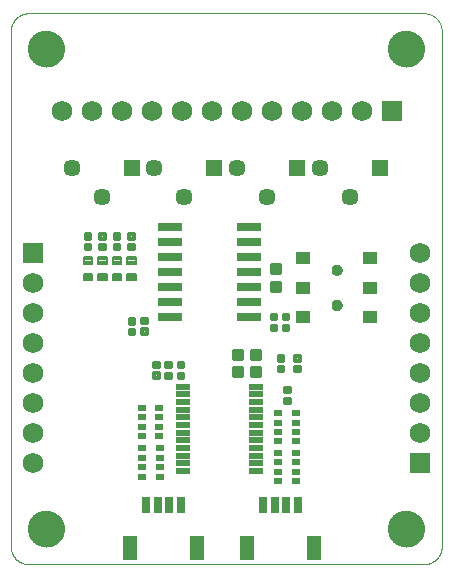
<source format=gts>
G75*
%MOIN*%
%OFA0B0*%
%FSLAX25Y25*%
%IPPOS*%
%LPD*%
%AMOC8*
5,1,8,0,0,1.08239X$1,22.5*
%
%ADD10C,0.00000*%
%ADD11C,0.12211*%
%ADD12C,0.01450*%
%ADD13C,0.00975*%
%ADD14R,0.02959X0.02369*%
%ADD15R,0.04928X0.01975*%
%ADD16R,0.08400X0.03000*%
%ADD17R,0.05715X0.05715*%
%ADD18C,0.05715*%
%ADD19C,0.00725*%
%ADD20R,0.02762X0.05715*%
%ADD21R,0.05124X0.08274*%
%ADD22R,0.06900X0.06900*%
%ADD23C,0.06900*%
%ADD24R,0.04928X0.04337*%
%ADD25C,0.03746*%
D10*
X0007306Y0001900D02*
X0139117Y0001900D01*
X0139269Y0001902D01*
X0139421Y0001908D01*
X0139573Y0001918D01*
X0139724Y0001931D01*
X0139875Y0001949D01*
X0140026Y0001970D01*
X0140176Y0001996D01*
X0140325Y0002025D01*
X0140474Y0002058D01*
X0140621Y0002095D01*
X0140768Y0002135D01*
X0140913Y0002180D01*
X0141057Y0002228D01*
X0141200Y0002280D01*
X0141342Y0002335D01*
X0141482Y0002394D01*
X0141621Y0002457D01*
X0141758Y0002523D01*
X0141893Y0002593D01*
X0142026Y0002666D01*
X0142157Y0002743D01*
X0142287Y0002823D01*
X0142414Y0002906D01*
X0142539Y0002992D01*
X0142662Y0003082D01*
X0142782Y0003175D01*
X0142900Y0003271D01*
X0143016Y0003370D01*
X0143129Y0003472D01*
X0143239Y0003576D01*
X0143347Y0003684D01*
X0143451Y0003794D01*
X0143553Y0003907D01*
X0143652Y0004023D01*
X0143748Y0004141D01*
X0143841Y0004261D01*
X0143931Y0004384D01*
X0144017Y0004509D01*
X0144100Y0004636D01*
X0144180Y0004766D01*
X0144257Y0004897D01*
X0144330Y0005030D01*
X0144400Y0005165D01*
X0144466Y0005302D01*
X0144529Y0005441D01*
X0144588Y0005581D01*
X0144643Y0005723D01*
X0144695Y0005866D01*
X0144743Y0006010D01*
X0144788Y0006155D01*
X0144828Y0006302D01*
X0144865Y0006449D01*
X0144898Y0006598D01*
X0144927Y0006747D01*
X0144953Y0006897D01*
X0144974Y0007048D01*
X0144992Y0007199D01*
X0145005Y0007350D01*
X0145015Y0007502D01*
X0145021Y0007654D01*
X0145023Y0007806D01*
X0145022Y0007806D02*
X0145022Y0179617D01*
X0145023Y0179617D02*
X0145021Y0179769D01*
X0145015Y0179921D01*
X0145005Y0180073D01*
X0144992Y0180224D01*
X0144974Y0180375D01*
X0144953Y0180526D01*
X0144927Y0180676D01*
X0144898Y0180825D01*
X0144865Y0180974D01*
X0144828Y0181121D01*
X0144788Y0181268D01*
X0144743Y0181413D01*
X0144695Y0181557D01*
X0144643Y0181700D01*
X0144588Y0181842D01*
X0144529Y0181982D01*
X0144466Y0182121D01*
X0144400Y0182258D01*
X0144330Y0182393D01*
X0144257Y0182526D01*
X0144180Y0182657D01*
X0144100Y0182787D01*
X0144017Y0182914D01*
X0143931Y0183039D01*
X0143841Y0183162D01*
X0143748Y0183282D01*
X0143652Y0183400D01*
X0143553Y0183516D01*
X0143451Y0183629D01*
X0143347Y0183739D01*
X0143239Y0183847D01*
X0143129Y0183951D01*
X0143016Y0184053D01*
X0142900Y0184152D01*
X0142782Y0184248D01*
X0142662Y0184341D01*
X0142539Y0184431D01*
X0142414Y0184517D01*
X0142287Y0184600D01*
X0142157Y0184680D01*
X0142026Y0184757D01*
X0141893Y0184830D01*
X0141758Y0184900D01*
X0141621Y0184966D01*
X0141482Y0185029D01*
X0141342Y0185088D01*
X0141200Y0185143D01*
X0141057Y0185195D01*
X0140913Y0185243D01*
X0140768Y0185288D01*
X0140621Y0185328D01*
X0140474Y0185365D01*
X0140325Y0185398D01*
X0140176Y0185427D01*
X0140026Y0185453D01*
X0139875Y0185474D01*
X0139724Y0185492D01*
X0139573Y0185505D01*
X0139421Y0185515D01*
X0139269Y0185521D01*
X0139117Y0185523D01*
X0139117Y0185522D02*
X0007306Y0185522D01*
X0007306Y0185523D02*
X0007154Y0185521D01*
X0007002Y0185515D01*
X0006850Y0185505D01*
X0006699Y0185492D01*
X0006548Y0185474D01*
X0006397Y0185453D01*
X0006247Y0185427D01*
X0006098Y0185398D01*
X0005949Y0185365D01*
X0005802Y0185328D01*
X0005655Y0185288D01*
X0005510Y0185243D01*
X0005366Y0185195D01*
X0005223Y0185143D01*
X0005081Y0185088D01*
X0004941Y0185029D01*
X0004802Y0184966D01*
X0004665Y0184900D01*
X0004530Y0184830D01*
X0004397Y0184757D01*
X0004266Y0184680D01*
X0004136Y0184600D01*
X0004009Y0184517D01*
X0003884Y0184431D01*
X0003761Y0184341D01*
X0003641Y0184248D01*
X0003523Y0184152D01*
X0003407Y0184053D01*
X0003294Y0183951D01*
X0003184Y0183847D01*
X0003076Y0183739D01*
X0002972Y0183629D01*
X0002870Y0183516D01*
X0002771Y0183400D01*
X0002675Y0183282D01*
X0002582Y0183162D01*
X0002492Y0183039D01*
X0002406Y0182914D01*
X0002323Y0182787D01*
X0002243Y0182657D01*
X0002166Y0182526D01*
X0002093Y0182393D01*
X0002023Y0182258D01*
X0001957Y0182121D01*
X0001894Y0181982D01*
X0001835Y0181842D01*
X0001780Y0181700D01*
X0001728Y0181557D01*
X0001680Y0181413D01*
X0001635Y0181268D01*
X0001595Y0181121D01*
X0001558Y0180974D01*
X0001525Y0180825D01*
X0001496Y0180676D01*
X0001470Y0180526D01*
X0001449Y0180375D01*
X0001431Y0180224D01*
X0001418Y0180073D01*
X0001408Y0179921D01*
X0001402Y0179769D01*
X0001400Y0179617D01*
X0001400Y0007806D01*
X0001402Y0007654D01*
X0001408Y0007502D01*
X0001418Y0007350D01*
X0001431Y0007199D01*
X0001449Y0007048D01*
X0001470Y0006897D01*
X0001496Y0006747D01*
X0001525Y0006598D01*
X0001558Y0006449D01*
X0001595Y0006302D01*
X0001635Y0006155D01*
X0001680Y0006010D01*
X0001728Y0005866D01*
X0001780Y0005723D01*
X0001835Y0005581D01*
X0001894Y0005441D01*
X0001957Y0005302D01*
X0002023Y0005165D01*
X0002093Y0005030D01*
X0002166Y0004897D01*
X0002243Y0004766D01*
X0002323Y0004636D01*
X0002406Y0004509D01*
X0002492Y0004384D01*
X0002582Y0004261D01*
X0002675Y0004141D01*
X0002771Y0004023D01*
X0002870Y0003907D01*
X0002972Y0003794D01*
X0003076Y0003684D01*
X0003184Y0003576D01*
X0003294Y0003472D01*
X0003407Y0003370D01*
X0003523Y0003271D01*
X0003641Y0003175D01*
X0003761Y0003082D01*
X0003884Y0002992D01*
X0004009Y0002906D01*
X0004136Y0002823D01*
X0004266Y0002743D01*
X0004397Y0002666D01*
X0004530Y0002593D01*
X0004665Y0002523D01*
X0004802Y0002457D01*
X0004941Y0002394D01*
X0005081Y0002335D01*
X0005223Y0002280D01*
X0005366Y0002228D01*
X0005510Y0002180D01*
X0005655Y0002135D01*
X0005802Y0002095D01*
X0005949Y0002058D01*
X0006098Y0002025D01*
X0006247Y0001996D01*
X0006397Y0001970D01*
X0006548Y0001949D01*
X0006699Y0001931D01*
X0006850Y0001918D01*
X0007002Y0001908D01*
X0007154Y0001902D01*
X0007306Y0001900D01*
X0007305Y0013711D02*
X0007307Y0013864D01*
X0007313Y0014018D01*
X0007323Y0014171D01*
X0007337Y0014323D01*
X0007355Y0014476D01*
X0007377Y0014627D01*
X0007402Y0014778D01*
X0007432Y0014929D01*
X0007466Y0015079D01*
X0007503Y0015227D01*
X0007544Y0015375D01*
X0007589Y0015521D01*
X0007638Y0015667D01*
X0007691Y0015811D01*
X0007747Y0015953D01*
X0007807Y0016094D01*
X0007871Y0016234D01*
X0007938Y0016372D01*
X0008009Y0016508D01*
X0008084Y0016642D01*
X0008161Y0016774D01*
X0008243Y0016904D01*
X0008327Y0017032D01*
X0008415Y0017158D01*
X0008506Y0017281D01*
X0008600Y0017402D01*
X0008698Y0017520D01*
X0008798Y0017636D01*
X0008902Y0017749D01*
X0009008Y0017860D01*
X0009117Y0017968D01*
X0009229Y0018073D01*
X0009343Y0018174D01*
X0009461Y0018273D01*
X0009580Y0018369D01*
X0009702Y0018462D01*
X0009827Y0018551D01*
X0009954Y0018638D01*
X0010083Y0018720D01*
X0010214Y0018800D01*
X0010347Y0018876D01*
X0010482Y0018949D01*
X0010619Y0019018D01*
X0010758Y0019083D01*
X0010898Y0019145D01*
X0011040Y0019203D01*
X0011183Y0019258D01*
X0011328Y0019309D01*
X0011474Y0019356D01*
X0011621Y0019399D01*
X0011769Y0019438D01*
X0011918Y0019474D01*
X0012068Y0019505D01*
X0012219Y0019533D01*
X0012370Y0019557D01*
X0012523Y0019577D01*
X0012675Y0019593D01*
X0012828Y0019605D01*
X0012981Y0019613D01*
X0013134Y0019617D01*
X0013288Y0019617D01*
X0013441Y0019613D01*
X0013594Y0019605D01*
X0013747Y0019593D01*
X0013899Y0019577D01*
X0014052Y0019557D01*
X0014203Y0019533D01*
X0014354Y0019505D01*
X0014504Y0019474D01*
X0014653Y0019438D01*
X0014801Y0019399D01*
X0014948Y0019356D01*
X0015094Y0019309D01*
X0015239Y0019258D01*
X0015382Y0019203D01*
X0015524Y0019145D01*
X0015664Y0019083D01*
X0015803Y0019018D01*
X0015940Y0018949D01*
X0016075Y0018876D01*
X0016208Y0018800D01*
X0016339Y0018720D01*
X0016468Y0018638D01*
X0016595Y0018551D01*
X0016720Y0018462D01*
X0016842Y0018369D01*
X0016961Y0018273D01*
X0017079Y0018174D01*
X0017193Y0018073D01*
X0017305Y0017968D01*
X0017414Y0017860D01*
X0017520Y0017749D01*
X0017624Y0017636D01*
X0017724Y0017520D01*
X0017822Y0017402D01*
X0017916Y0017281D01*
X0018007Y0017158D01*
X0018095Y0017032D01*
X0018179Y0016904D01*
X0018261Y0016774D01*
X0018338Y0016642D01*
X0018413Y0016508D01*
X0018484Y0016372D01*
X0018551Y0016234D01*
X0018615Y0016094D01*
X0018675Y0015953D01*
X0018731Y0015811D01*
X0018784Y0015667D01*
X0018833Y0015521D01*
X0018878Y0015375D01*
X0018919Y0015227D01*
X0018956Y0015079D01*
X0018990Y0014929D01*
X0019020Y0014778D01*
X0019045Y0014627D01*
X0019067Y0014476D01*
X0019085Y0014323D01*
X0019099Y0014171D01*
X0019109Y0014018D01*
X0019115Y0013864D01*
X0019117Y0013711D01*
X0019115Y0013558D01*
X0019109Y0013404D01*
X0019099Y0013251D01*
X0019085Y0013099D01*
X0019067Y0012946D01*
X0019045Y0012795D01*
X0019020Y0012644D01*
X0018990Y0012493D01*
X0018956Y0012343D01*
X0018919Y0012195D01*
X0018878Y0012047D01*
X0018833Y0011901D01*
X0018784Y0011755D01*
X0018731Y0011611D01*
X0018675Y0011469D01*
X0018615Y0011328D01*
X0018551Y0011188D01*
X0018484Y0011050D01*
X0018413Y0010914D01*
X0018338Y0010780D01*
X0018261Y0010648D01*
X0018179Y0010518D01*
X0018095Y0010390D01*
X0018007Y0010264D01*
X0017916Y0010141D01*
X0017822Y0010020D01*
X0017724Y0009902D01*
X0017624Y0009786D01*
X0017520Y0009673D01*
X0017414Y0009562D01*
X0017305Y0009454D01*
X0017193Y0009349D01*
X0017079Y0009248D01*
X0016961Y0009149D01*
X0016842Y0009053D01*
X0016720Y0008960D01*
X0016595Y0008871D01*
X0016468Y0008784D01*
X0016339Y0008702D01*
X0016208Y0008622D01*
X0016075Y0008546D01*
X0015940Y0008473D01*
X0015803Y0008404D01*
X0015664Y0008339D01*
X0015524Y0008277D01*
X0015382Y0008219D01*
X0015239Y0008164D01*
X0015094Y0008113D01*
X0014948Y0008066D01*
X0014801Y0008023D01*
X0014653Y0007984D01*
X0014504Y0007948D01*
X0014354Y0007917D01*
X0014203Y0007889D01*
X0014052Y0007865D01*
X0013899Y0007845D01*
X0013747Y0007829D01*
X0013594Y0007817D01*
X0013441Y0007809D01*
X0013288Y0007805D01*
X0013134Y0007805D01*
X0012981Y0007809D01*
X0012828Y0007817D01*
X0012675Y0007829D01*
X0012523Y0007845D01*
X0012370Y0007865D01*
X0012219Y0007889D01*
X0012068Y0007917D01*
X0011918Y0007948D01*
X0011769Y0007984D01*
X0011621Y0008023D01*
X0011474Y0008066D01*
X0011328Y0008113D01*
X0011183Y0008164D01*
X0011040Y0008219D01*
X0010898Y0008277D01*
X0010758Y0008339D01*
X0010619Y0008404D01*
X0010482Y0008473D01*
X0010347Y0008546D01*
X0010214Y0008622D01*
X0010083Y0008702D01*
X0009954Y0008784D01*
X0009827Y0008871D01*
X0009702Y0008960D01*
X0009580Y0009053D01*
X0009461Y0009149D01*
X0009343Y0009248D01*
X0009229Y0009349D01*
X0009117Y0009454D01*
X0009008Y0009562D01*
X0008902Y0009673D01*
X0008798Y0009786D01*
X0008698Y0009902D01*
X0008600Y0010020D01*
X0008506Y0010141D01*
X0008415Y0010264D01*
X0008327Y0010390D01*
X0008243Y0010518D01*
X0008161Y0010648D01*
X0008084Y0010780D01*
X0008009Y0010914D01*
X0007938Y0011050D01*
X0007871Y0011188D01*
X0007807Y0011328D01*
X0007747Y0011469D01*
X0007691Y0011611D01*
X0007638Y0011755D01*
X0007589Y0011901D01*
X0007544Y0012047D01*
X0007503Y0012195D01*
X0007466Y0012343D01*
X0007432Y0012493D01*
X0007402Y0012644D01*
X0007377Y0012795D01*
X0007355Y0012946D01*
X0007337Y0013099D01*
X0007323Y0013251D01*
X0007313Y0013404D01*
X0007307Y0013558D01*
X0007305Y0013711D01*
X0108327Y0088194D02*
X0108329Y0088275D01*
X0108335Y0088357D01*
X0108345Y0088438D01*
X0108359Y0088518D01*
X0108376Y0088597D01*
X0108398Y0088676D01*
X0108423Y0088753D01*
X0108452Y0088830D01*
X0108485Y0088904D01*
X0108522Y0088977D01*
X0108561Y0089048D01*
X0108605Y0089117D01*
X0108651Y0089184D01*
X0108701Y0089248D01*
X0108754Y0089310D01*
X0108810Y0089370D01*
X0108868Y0089426D01*
X0108930Y0089480D01*
X0108994Y0089531D01*
X0109060Y0089578D01*
X0109128Y0089622D01*
X0109199Y0089663D01*
X0109271Y0089700D01*
X0109346Y0089734D01*
X0109421Y0089764D01*
X0109499Y0089790D01*
X0109577Y0089813D01*
X0109656Y0089831D01*
X0109736Y0089846D01*
X0109817Y0089857D01*
X0109898Y0089864D01*
X0109980Y0089867D01*
X0110061Y0089866D01*
X0110142Y0089861D01*
X0110223Y0089852D01*
X0110304Y0089839D01*
X0110384Y0089822D01*
X0110462Y0089802D01*
X0110540Y0089777D01*
X0110617Y0089749D01*
X0110692Y0089717D01*
X0110765Y0089682D01*
X0110836Y0089643D01*
X0110906Y0089600D01*
X0110973Y0089555D01*
X0111039Y0089506D01*
X0111101Y0089454D01*
X0111161Y0089398D01*
X0111218Y0089340D01*
X0111273Y0089280D01*
X0111324Y0089216D01*
X0111372Y0089151D01*
X0111417Y0089083D01*
X0111459Y0089013D01*
X0111497Y0088941D01*
X0111532Y0088867D01*
X0111563Y0088792D01*
X0111590Y0088715D01*
X0111613Y0088637D01*
X0111633Y0088558D01*
X0111649Y0088478D01*
X0111661Y0088397D01*
X0111669Y0088316D01*
X0111673Y0088235D01*
X0111673Y0088153D01*
X0111669Y0088072D01*
X0111661Y0087991D01*
X0111649Y0087910D01*
X0111633Y0087830D01*
X0111613Y0087751D01*
X0111590Y0087673D01*
X0111563Y0087596D01*
X0111532Y0087521D01*
X0111497Y0087447D01*
X0111459Y0087375D01*
X0111417Y0087305D01*
X0111372Y0087237D01*
X0111324Y0087172D01*
X0111273Y0087108D01*
X0111218Y0087048D01*
X0111161Y0086990D01*
X0111101Y0086934D01*
X0111039Y0086882D01*
X0110973Y0086833D01*
X0110906Y0086788D01*
X0110837Y0086745D01*
X0110765Y0086706D01*
X0110692Y0086671D01*
X0110617Y0086639D01*
X0110540Y0086611D01*
X0110462Y0086586D01*
X0110384Y0086566D01*
X0110304Y0086549D01*
X0110223Y0086536D01*
X0110142Y0086527D01*
X0110061Y0086522D01*
X0109980Y0086521D01*
X0109898Y0086524D01*
X0109817Y0086531D01*
X0109736Y0086542D01*
X0109656Y0086557D01*
X0109577Y0086575D01*
X0109499Y0086598D01*
X0109421Y0086624D01*
X0109346Y0086654D01*
X0109271Y0086688D01*
X0109199Y0086725D01*
X0109128Y0086766D01*
X0109060Y0086810D01*
X0108994Y0086857D01*
X0108930Y0086908D01*
X0108868Y0086962D01*
X0108810Y0087018D01*
X0108754Y0087078D01*
X0108701Y0087140D01*
X0108651Y0087204D01*
X0108605Y0087271D01*
X0108561Y0087340D01*
X0108522Y0087411D01*
X0108485Y0087484D01*
X0108452Y0087558D01*
X0108423Y0087635D01*
X0108398Y0087712D01*
X0108376Y0087791D01*
X0108359Y0087870D01*
X0108345Y0087950D01*
X0108335Y0088031D01*
X0108329Y0088113D01*
X0108327Y0088194D01*
X0108327Y0100006D02*
X0108329Y0100087D01*
X0108335Y0100169D01*
X0108345Y0100250D01*
X0108359Y0100330D01*
X0108376Y0100409D01*
X0108398Y0100488D01*
X0108423Y0100565D01*
X0108452Y0100642D01*
X0108485Y0100716D01*
X0108522Y0100789D01*
X0108561Y0100860D01*
X0108605Y0100929D01*
X0108651Y0100996D01*
X0108701Y0101060D01*
X0108754Y0101122D01*
X0108810Y0101182D01*
X0108868Y0101238D01*
X0108930Y0101292D01*
X0108994Y0101343D01*
X0109060Y0101390D01*
X0109128Y0101434D01*
X0109199Y0101475D01*
X0109271Y0101512D01*
X0109346Y0101546D01*
X0109421Y0101576D01*
X0109499Y0101602D01*
X0109577Y0101625D01*
X0109656Y0101643D01*
X0109736Y0101658D01*
X0109817Y0101669D01*
X0109898Y0101676D01*
X0109980Y0101679D01*
X0110061Y0101678D01*
X0110142Y0101673D01*
X0110223Y0101664D01*
X0110304Y0101651D01*
X0110384Y0101634D01*
X0110462Y0101614D01*
X0110540Y0101589D01*
X0110617Y0101561D01*
X0110692Y0101529D01*
X0110765Y0101494D01*
X0110836Y0101455D01*
X0110906Y0101412D01*
X0110973Y0101367D01*
X0111039Y0101318D01*
X0111101Y0101266D01*
X0111161Y0101210D01*
X0111218Y0101152D01*
X0111273Y0101092D01*
X0111324Y0101028D01*
X0111372Y0100963D01*
X0111417Y0100895D01*
X0111459Y0100825D01*
X0111497Y0100753D01*
X0111532Y0100679D01*
X0111563Y0100604D01*
X0111590Y0100527D01*
X0111613Y0100449D01*
X0111633Y0100370D01*
X0111649Y0100290D01*
X0111661Y0100209D01*
X0111669Y0100128D01*
X0111673Y0100047D01*
X0111673Y0099965D01*
X0111669Y0099884D01*
X0111661Y0099803D01*
X0111649Y0099722D01*
X0111633Y0099642D01*
X0111613Y0099563D01*
X0111590Y0099485D01*
X0111563Y0099408D01*
X0111532Y0099333D01*
X0111497Y0099259D01*
X0111459Y0099187D01*
X0111417Y0099117D01*
X0111372Y0099049D01*
X0111324Y0098984D01*
X0111273Y0098920D01*
X0111218Y0098860D01*
X0111161Y0098802D01*
X0111101Y0098746D01*
X0111039Y0098694D01*
X0110973Y0098645D01*
X0110906Y0098600D01*
X0110837Y0098557D01*
X0110765Y0098518D01*
X0110692Y0098483D01*
X0110617Y0098451D01*
X0110540Y0098423D01*
X0110462Y0098398D01*
X0110384Y0098378D01*
X0110304Y0098361D01*
X0110223Y0098348D01*
X0110142Y0098339D01*
X0110061Y0098334D01*
X0109980Y0098333D01*
X0109898Y0098336D01*
X0109817Y0098343D01*
X0109736Y0098354D01*
X0109656Y0098369D01*
X0109577Y0098387D01*
X0109499Y0098410D01*
X0109421Y0098436D01*
X0109346Y0098466D01*
X0109271Y0098500D01*
X0109199Y0098537D01*
X0109128Y0098578D01*
X0109060Y0098622D01*
X0108994Y0098669D01*
X0108930Y0098720D01*
X0108868Y0098774D01*
X0108810Y0098830D01*
X0108754Y0098890D01*
X0108701Y0098952D01*
X0108651Y0099016D01*
X0108605Y0099083D01*
X0108561Y0099152D01*
X0108522Y0099223D01*
X0108485Y0099296D01*
X0108452Y0099370D01*
X0108423Y0099447D01*
X0108398Y0099524D01*
X0108376Y0099603D01*
X0108359Y0099682D01*
X0108345Y0099762D01*
X0108335Y0099843D01*
X0108329Y0099925D01*
X0108327Y0100006D01*
X0127305Y0173711D02*
X0127307Y0173864D01*
X0127313Y0174018D01*
X0127323Y0174171D01*
X0127337Y0174323D01*
X0127355Y0174476D01*
X0127377Y0174627D01*
X0127402Y0174778D01*
X0127432Y0174929D01*
X0127466Y0175079D01*
X0127503Y0175227D01*
X0127544Y0175375D01*
X0127589Y0175521D01*
X0127638Y0175667D01*
X0127691Y0175811D01*
X0127747Y0175953D01*
X0127807Y0176094D01*
X0127871Y0176234D01*
X0127938Y0176372D01*
X0128009Y0176508D01*
X0128084Y0176642D01*
X0128161Y0176774D01*
X0128243Y0176904D01*
X0128327Y0177032D01*
X0128415Y0177158D01*
X0128506Y0177281D01*
X0128600Y0177402D01*
X0128698Y0177520D01*
X0128798Y0177636D01*
X0128902Y0177749D01*
X0129008Y0177860D01*
X0129117Y0177968D01*
X0129229Y0178073D01*
X0129343Y0178174D01*
X0129461Y0178273D01*
X0129580Y0178369D01*
X0129702Y0178462D01*
X0129827Y0178551D01*
X0129954Y0178638D01*
X0130083Y0178720D01*
X0130214Y0178800D01*
X0130347Y0178876D01*
X0130482Y0178949D01*
X0130619Y0179018D01*
X0130758Y0179083D01*
X0130898Y0179145D01*
X0131040Y0179203D01*
X0131183Y0179258D01*
X0131328Y0179309D01*
X0131474Y0179356D01*
X0131621Y0179399D01*
X0131769Y0179438D01*
X0131918Y0179474D01*
X0132068Y0179505D01*
X0132219Y0179533D01*
X0132370Y0179557D01*
X0132523Y0179577D01*
X0132675Y0179593D01*
X0132828Y0179605D01*
X0132981Y0179613D01*
X0133134Y0179617D01*
X0133288Y0179617D01*
X0133441Y0179613D01*
X0133594Y0179605D01*
X0133747Y0179593D01*
X0133899Y0179577D01*
X0134052Y0179557D01*
X0134203Y0179533D01*
X0134354Y0179505D01*
X0134504Y0179474D01*
X0134653Y0179438D01*
X0134801Y0179399D01*
X0134948Y0179356D01*
X0135094Y0179309D01*
X0135239Y0179258D01*
X0135382Y0179203D01*
X0135524Y0179145D01*
X0135664Y0179083D01*
X0135803Y0179018D01*
X0135940Y0178949D01*
X0136075Y0178876D01*
X0136208Y0178800D01*
X0136339Y0178720D01*
X0136468Y0178638D01*
X0136595Y0178551D01*
X0136720Y0178462D01*
X0136842Y0178369D01*
X0136961Y0178273D01*
X0137079Y0178174D01*
X0137193Y0178073D01*
X0137305Y0177968D01*
X0137414Y0177860D01*
X0137520Y0177749D01*
X0137624Y0177636D01*
X0137724Y0177520D01*
X0137822Y0177402D01*
X0137916Y0177281D01*
X0138007Y0177158D01*
X0138095Y0177032D01*
X0138179Y0176904D01*
X0138261Y0176774D01*
X0138338Y0176642D01*
X0138413Y0176508D01*
X0138484Y0176372D01*
X0138551Y0176234D01*
X0138615Y0176094D01*
X0138675Y0175953D01*
X0138731Y0175811D01*
X0138784Y0175667D01*
X0138833Y0175521D01*
X0138878Y0175375D01*
X0138919Y0175227D01*
X0138956Y0175079D01*
X0138990Y0174929D01*
X0139020Y0174778D01*
X0139045Y0174627D01*
X0139067Y0174476D01*
X0139085Y0174323D01*
X0139099Y0174171D01*
X0139109Y0174018D01*
X0139115Y0173864D01*
X0139117Y0173711D01*
X0139115Y0173558D01*
X0139109Y0173404D01*
X0139099Y0173251D01*
X0139085Y0173099D01*
X0139067Y0172946D01*
X0139045Y0172795D01*
X0139020Y0172644D01*
X0138990Y0172493D01*
X0138956Y0172343D01*
X0138919Y0172195D01*
X0138878Y0172047D01*
X0138833Y0171901D01*
X0138784Y0171755D01*
X0138731Y0171611D01*
X0138675Y0171469D01*
X0138615Y0171328D01*
X0138551Y0171188D01*
X0138484Y0171050D01*
X0138413Y0170914D01*
X0138338Y0170780D01*
X0138261Y0170648D01*
X0138179Y0170518D01*
X0138095Y0170390D01*
X0138007Y0170264D01*
X0137916Y0170141D01*
X0137822Y0170020D01*
X0137724Y0169902D01*
X0137624Y0169786D01*
X0137520Y0169673D01*
X0137414Y0169562D01*
X0137305Y0169454D01*
X0137193Y0169349D01*
X0137079Y0169248D01*
X0136961Y0169149D01*
X0136842Y0169053D01*
X0136720Y0168960D01*
X0136595Y0168871D01*
X0136468Y0168784D01*
X0136339Y0168702D01*
X0136208Y0168622D01*
X0136075Y0168546D01*
X0135940Y0168473D01*
X0135803Y0168404D01*
X0135664Y0168339D01*
X0135524Y0168277D01*
X0135382Y0168219D01*
X0135239Y0168164D01*
X0135094Y0168113D01*
X0134948Y0168066D01*
X0134801Y0168023D01*
X0134653Y0167984D01*
X0134504Y0167948D01*
X0134354Y0167917D01*
X0134203Y0167889D01*
X0134052Y0167865D01*
X0133899Y0167845D01*
X0133747Y0167829D01*
X0133594Y0167817D01*
X0133441Y0167809D01*
X0133288Y0167805D01*
X0133134Y0167805D01*
X0132981Y0167809D01*
X0132828Y0167817D01*
X0132675Y0167829D01*
X0132523Y0167845D01*
X0132370Y0167865D01*
X0132219Y0167889D01*
X0132068Y0167917D01*
X0131918Y0167948D01*
X0131769Y0167984D01*
X0131621Y0168023D01*
X0131474Y0168066D01*
X0131328Y0168113D01*
X0131183Y0168164D01*
X0131040Y0168219D01*
X0130898Y0168277D01*
X0130758Y0168339D01*
X0130619Y0168404D01*
X0130482Y0168473D01*
X0130347Y0168546D01*
X0130214Y0168622D01*
X0130083Y0168702D01*
X0129954Y0168784D01*
X0129827Y0168871D01*
X0129702Y0168960D01*
X0129580Y0169053D01*
X0129461Y0169149D01*
X0129343Y0169248D01*
X0129229Y0169349D01*
X0129117Y0169454D01*
X0129008Y0169562D01*
X0128902Y0169673D01*
X0128798Y0169786D01*
X0128698Y0169902D01*
X0128600Y0170020D01*
X0128506Y0170141D01*
X0128415Y0170264D01*
X0128327Y0170390D01*
X0128243Y0170518D01*
X0128161Y0170648D01*
X0128084Y0170780D01*
X0128009Y0170914D01*
X0127938Y0171050D01*
X0127871Y0171188D01*
X0127807Y0171328D01*
X0127747Y0171469D01*
X0127691Y0171611D01*
X0127638Y0171755D01*
X0127589Y0171901D01*
X0127544Y0172047D01*
X0127503Y0172195D01*
X0127466Y0172343D01*
X0127432Y0172493D01*
X0127402Y0172644D01*
X0127377Y0172795D01*
X0127355Y0172946D01*
X0127337Y0173099D01*
X0127323Y0173251D01*
X0127313Y0173404D01*
X0127307Y0173558D01*
X0127305Y0173711D01*
X0007305Y0173711D02*
X0007307Y0173864D01*
X0007313Y0174018D01*
X0007323Y0174171D01*
X0007337Y0174323D01*
X0007355Y0174476D01*
X0007377Y0174627D01*
X0007402Y0174778D01*
X0007432Y0174929D01*
X0007466Y0175079D01*
X0007503Y0175227D01*
X0007544Y0175375D01*
X0007589Y0175521D01*
X0007638Y0175667D01*
X0007691Y0175811D01*
X0007747Y0175953D01*
X0007807Y0176094D01*
X0007871Y0176234D01*
X0007938Y0176372D01*
X0008009Y0176508D01*
X0008084Y0176642D01*
X0008161Y0176774D01*
X0008243Y0176904D01*
X0008327Y0177032D01*
X0008415Y0177158D01*
X0008506Y0177281D01*
X0008600Y0177402D01*
X0008698Y0177520D01*
X0008798Y0177636D01*
X0008902Y0177749D01*
X0009008Y0177860D01*
X0009117Y0177968D01*
X0009229Y0178073D01*
X0009343Y0178174D01*
X0009461Y0178273D01*
X0009580Y0178369D01*
X0009702Y0178462D01*
X0009827Y0178551D01*
X0009954Y0178638D01*
X0010083Y0178720D01*
X0010214Y0178800D01*
X0010347Y0178876D01*
X0010482Y0178949D01*
X0010619Y0179018D01*
X0010758Y0179083D01*
X0010898Y0179145D01*
X0011040Y0179203D01*
X0011183Y0179258D01*
X0011328Y0179309D01*
X0011474Y0179356D01*
X0011621Y0179399D01*
X0011769Y0179438D01*
X0011918Y0179474D01*
X0012068Y0179505D01*
X0012219Y0179533D01*
X0012370Y0179557D01*
X0012523Y0179577D01*
X0012675Y0179593D01*
X0012828Y0179605D01*
X0012981Y0179613D01*
X0013134Y0179617D01*
X0013288Y0179617D01*
X0013441Y0179613D01*
X0013594Y0179605D01*
X0013747Y0179593D01*
X0013899Y0179577D01*
X0014052Y0179557D01*
X0014203Y0179533D01*
X0014354Y0179505D01*
X0014504Y0179474D01*
X0014653Y0179438D01*
X0014801Y0179399D01*
X0014948Y0179356D01*
X0015094Y0179309D01*
X0015239Y0179258D01*
X0015382Y0179203D01*
X0015524Y0179145D01*
X0015664Y0179083D01*
X0015803Y0179018D01*
X0015940Y0178949D01*
X0016075Y0178876D01*
X0016208Y0178800D01*
X0016339Y0178720D01*
X0016468Y0178638D01*
X0016595Y0178551D01*
X0016720Y0178462D01*
X0016842Y0178369D01*
X0016961Y0178273D01*
X0017079Y0178174D01*
X0017193Y0178073D01*
X0017305Y0177968D01*
X0017414Y0177860D01*
X0017520Y0177749D01*
X0017624Y0177636D01*
X0017724Y0177520D01*
X0017822Y0177402D01*
X0017916Y0177281D01*
X0018007Y0177158D01*
X0018095Y0177032D01*
X0018179Y0176904D01*
X0018261Y0176774D01*
X0018338Y0176642D01*
X0018413Y0176508D01*
X0018484Y0176372D01*
X0018551Y0176234D01*
X0018615Y0176094D01*
X0018675Y0175953D01*
X0018731Y0175811D01*
X0018784Y0175667D01*
X0018833Y0175521D01*
X0018878Y0175375D01*
X0018919Y0175227D01*
X0018956Y0175079D01*
X0018990Y0174929D01*
X0019020Y0174778D01*
X0019045Y0174627D01*
X0019067Y0174476D01*
X0019085Y0174323D01*
X0019099Y0174171D01*
X0019109Y0174018D01*
X0019115Y0173864D01*
X0019117Y0173711D01*
X0019115Y0173558D01*
X0019109Y0173404D01*
X0019099Y0173251D01*
X0019085Y0173099D01*
X0019067Y0172946D01*
X0019045Y0172795D01*
X0019020Y0172644D01*
X0018990Y0172493D01*
X0018956Y0172343D01*
X0018919Y0172195D01*
X0018878Y0172047D01*
X0018833Y0171901D01*
X0018784Y0171755D01*
X0018731Y0171611D01*
X0018675Y0171469D01*
X0018615Y0171328D01*
X0018551Y0171188D01*
X0018484Y0171050D01*
X0018413Y0170914D01*
X0018338Y0170780D01*
X0018261Y0170648D01*
X0018179Y0170518D01*
X0018095Y0170390D01*
X0018007Y0170264D01*
X0017916Y0170141D01*
X0017822Y0170020D01*
X0017724Y0169902D01*
X0017624Y0169786D01*
X0017520Y0169673D01*
X0017414Y0169562D01*
X0017305Y0169454D01*
X0017193Y0169349D01*
X0017079Y0169248D01*
X0016961Y0169149D01*
X0016842Y0169053D01*
X0016720Y0168960D01*
X0016595Y0168871D01*
X0016468Y0168784D01*
X0016339Y0168702D01*
X0016208Y0168622D01*
X0016075Y0168546D01*
X0015940Y0168473D01*
X0015803Y0168404D01*
X0015664Y0168339D01*
X0015524Y0168277D01*
X0015382Y0168219D01*
X0015239Y0168164D01*
X0015094Y0168113D01*
X0014948Y0168066D01*
X0014801Y0168023D01*
X0014653Y0167984D01*
X0014504Y0167948D01*
X0014354Y0167917D01*
X0014203Y0167889D01*
X0014052Y0167865D01*
X0013899Y0167845D01*
X0013747Y0167829D01*
X0013594Y0167817D01*
X0013441Y0167809D01*
X0013288Y0167805D01*
X0013134Y0167805D01*
X0012981Y0167809D01*
X0012828Y0167817D01*
X0012675Y0167829D01*
X0012523Y0167845D01*
X0012370Y0167865D01*
X0012219Y0167889D01*
X0012068Y0167917D01*
X0011918Y0167948D01*
X0011769Y0167984D01*
X0011621Y0168023D01*
X0011474Y0168066D01*
X0011328Y0168113D01*
X0011183Y0168164D01*
X0011040Y0168219D01*
X0010898Y0168277D01*
X0010758Y0168339D01*
X0010619Y0168404D01*
X0010482Y0168473D01*
X0010347Y0168546D01*
X0010214Y0168622D01*
X0010083Y0168702D01*
X0009954Y0168784D01*
X0009827Y0168871D01*
X0009702Y0168960D01*
X0009580Y0169053D01*
X0009461Y0169149D01*
X0009343Y0169248D01*
X0009229Y0169349D01*
X0009117Y0169454D01*
X0009008Y0169562D01*
X0008902Y0169673D01*
X0008798Y0169786D01*
X0008698Y0169902D01*
X0008600Y0170020D01*
X0008506Y0170141D01*
X0008415Y0170264D01*
X0008327Y0170390D01*
X0008243Y0170518D01*
X0008161Y0170648D01*
X0008084Y0170780D01*
X0008009Y0170914D01*
X0007938Y0171050D01*
X0007871Y0171188D01*
X0007807Y0171328D01*
X0007747Y0171469D01*
X0007691Y0171611D01*
X0007638Y0171755D01*
X0007589Y0171901D01*
X0007544Y0172047D01*
X0007503Y0172195D01*
X0007466Y0172343D01*
X0007432Y0172493D01*
X0007402Y0172644D01*
X0007377Y0172795D01*
X0007355Y0172946D01*
X0007337Y0173099D01*
X0007323Y0173251D01*
X0007313Y0173404D01*
X0007307Y0173558D01*
X0007305Y0173711D01*
X0127305Y0013711D02*
X0127307Y0013864D01*
X0127313Y0014018D01*
X0127323Y0014171D01*
X0127337Y0014323D01*
X0127355Y0014476D01*
X0127377Y0014627D01*
X0127402Y0014778D01*
X0127432Y0014929D01*
X0127466Y0015079D01*
X0127503Y0015227D01*
X0127544Y0015375D01*
X0127589Y0015521D01*
X0127638Y0015667D01*
X0127691Y0015811D01*
X0127747Y0015953D01*
X0127807Y0016094D01*
X0127871Y0016234D01*
X0127938Y0016372D01*
X0128009Y0016508D01*
X0128084Y0016642D01*
X0128161Y0016774D01*
X0128243Y0016904D01*
X0128327Y0017032D01*
X0128415Y0017158D01*
X0128506Y0017281D01*
X0128600Y0017402D01*
X0128698Y0017520D01*
X0128798Y0017636D01*
X0128902Y0017749D01*
X0129008Y0017860D01*
X0129117Y0017968D01*
X0129229Y0018073D01*
X0129343Y0018174D01*
X0129461Y0018273D01*
X0129580Y0018369D01*
X0129702Y0018462D01*
X0129827Y0018551D01*
X0129954Y0018638D01*
X0130083Y0018720D01*
X0130214Y0018800D01*
X0130347Y0018876D01*
X0130482Y0018949D01*
X0130619Y0019018D01*
X0130758Y0019083D01*
X0130898Y0019145D01*
X0131040Y0019203D01*
X0131183Y0019258D01*
X0131328Y0019309D01*
X0131474Y0019356D01*
X0131621Y0019399D01*
X0131769Y0019438D01*
X0131918Y0019474D01*
X0132068Y0019505D01*
X0132219Y0019533D01*
X0132370Y0019557D01*
X0132523Y0019577D01*
X0132675Y0019593D01*
X0132828Y0019605D01*
X0132981Y0019613D01*
X0133134Y0019617D01*
X0133288Y0019617D01*
X0133441Y0019613D01*
X0133594Y0019605D01*
X0133747Y0019593D01*
X0133899Y0019577D01*
X0134052Y0019557D01*
X0134203Y0019533D01*
X0134354Y0019505D01*
X0134504Y0019474D01*
X0134653Y0019438D01*
X0134801Y0019399D01*
X0134948Y0019356D01*
X0135094Y0019309D01*
X0135239Y0019258D01*
X0135382Y0019203D01*
X0135524Y0019145D01*
X0135664Y0019083D01*
X0135803Y0019018D01*
X0135940Y0018949D01*
X0136075Y0018876D01*
X0136208Y0018800D01*
X0136339Y0018720D01*
X0136468Y0018638D01*
X0136595Y0018551D01*
X0136720Y0018462D01*
X0136842Y0018369D01*
X0136961Y0018273D01*
X0137079Y0018174D01*
X0137193Y0018073D01*
X0137305Y0017968D01*
X0137414Y0017860D01*
X0137520Y0017749D01*
X0137624Y0017636D01*
X0137724Y0017520D01*
X0137822Y0017402D01*
X0137916Y0017281D01*
X0138007Y0017158D01*
X0138095Y0017032D01*
X0138179Y0016904D01*
X0138261Y0016774D01*
X0138338Y0016642D01*
X0138413Y0016508D01*
X0138484Y0016372D01*
X0138551Y0016234D01*
X0138615Y0016094D01*
X0138675Y0015953D01*
X0138731Y0015811D01*
X0138784Y0015667D01*
X0138833Y0015521D01*
X0138878Y0015375D01*
X0138919Y0015227D01*
X0138956Y0015079D01*
X0138990Y0014929D01*
X0139020Y0014778D01*
X0139045Y0014627D01*
X0139067Y0014476D01*
X0139085Y0014323D01*
X0139099Y0014171D01*
X0139109Y0014018D01*
X0139115Y0013864D01*
X0139117Y0013711D01*
X0139115Y0013558D01*
X0139109Y0013404D01*
X0139099Y0013251D01*
X0139085Y0013099D01*
X0139067Y0012946D01*
X0139045Y0012795D01*
X0139020Y0012644D01*
X0138990Y0012493D01*
X0138956Y0012343D01*
X0138919Y0012195D01*
X0138878Y0012047D01*
X0138833Y0011901D01*
X0138784Y0011755D01*
X0138731Y0011611D01*
X0138675Y0011469D01*
X0138615Y0011328D01*
X0138551Y0011188D01*
X0138484Y0011050D01*
X0138413Y0010914D01*
X0138338Y0010780D01*
X0138261Y0010648D01*
X0138179Y0010518D01*
X0138095Y0010390D01*
X0138007Y0010264D01*
X0137916Y0010141D01*
X0137822Y0010020D01*
X0137724Y0009902D01*
X0137624Y0009786D01*
X0137520Y0009673D01*
X0137414Y0009562D01*
X0137305Y0009454D01*
X0137193Y0009349D01*
X0137079Y0009248D01*
X0136961Y0009149D01*
X0136842Y0009053D01*
X0136720Y0008960D01*
X0136595Y0008871D01*
X0136468Y0008784D01*
X0136339Y0008702D01*
X0136208Y0008622D01*
X0136075Y0008546D01*
X0135940Y0008473D01*
X0135803Y0008404D01*
X0135664Y0008339D01*
X0135524Y0008277D01*
X0135382Y0008219D01*
X0135239Y0008164D01*
X0135094Y0008113D01*
X0134948Y0008066D01*
X0134801Y0008023D01*
X0134653Y0007984D01*
X0134504Y0007948D01*
X0134354Y0007917D01*
X0134203Y0007889D01*
X0134052Y0007865D01*
X0133899Y0007845D01*
X0133747Y0007829D01*
X0133594Y0007817D01*
X0133441Y0007809D01*
X0133288Y0007805D01*
X0133134Y0007805D01*
X0132981Y0007809D01*
X0132828Y0007817D01*
X0132675Y0007829D01*
X0132523Y0007845D01*
X0132370Y0007865D01*
X0132219Y0007889D01*
X0132068Y0007917D01*
X0131918Y0007948D01*
X0131769Y0007984D01*
X0131621Y0008023D01*
X0131474Y0008066D01*
X0131328Y0008113D01*
X0131183Y0008164D01*
X0131040Y0008219D01*
X0130898Y0008277D01*
X0130758Y0008339D01*
X0130619Y0008404D01*
X0130482Y0008473D01*
X0130347Y0008546D01*
X0130214Y0008622D01*
X0130083Y0008702D01*
X0129954Y0008784D01*
X0129827Y0008871D01*
X0129702Y0008960D01*
X0129580Y0009053D01*
X0129461Y0009149D01*
X0129343Y0009248D01*
X0129229Y0009349D01*
X0129117Y0009454D01*
X0129008Y0009562D01*
X0128902Y0009673D01*
X0128798Y0009786D01*
X0128698Y0009902D01*
X0128600Y0010020D01*
X0128506Y0010141D01*
X0128415Y0010264D01*
X0128327Y0010390D01*
X0128243Y0010518D01*
X0128161Y0010648D01*
X0128084Y0010780D01*
X0128009Y0010914D01*
X0127938Y0011050D01*
X0127871Y0011188D01*
X0127807Y0011328D01*
X0127747Y0011469D01*
X0127691Y0011611D01*
X0127638Y0011755D01*
X0127589Y0011901D01*
X0127544Y0012047D01*
X0127503Y0012195D01*
X0127466Y0012343D01*
X0127432Y0012493D01*
X0127402Y0012644D01*
X0127377Y0012795D01*
X0127355Y0012946D01*
X0127337Y0013099D01*
X0127323Y0013251D01*
X0127313Y0013404D01*
X0127307Y0013558D01*
X0127305Y0013711D01*
D11*
X0133211Y0013711D03*
X0013211Y0013711D03*
X0013211Y0173711D03*
X0133211Y0173711D03*
D12*
X0093825Y0084969D02*
X0093825Y0083519D01*
X0092375Y0083519D01*
X0092375Y0084969D01*
X0093825Y0084969D01*
X0093825Y0084968D02*
X0092375Y0084968D01*
X0093825Y0081469D02*
X0093825Y0080019D01*
X0092375Y0080019D01*
X0092375Y0081469D01*
X0093825Y0081469D01*
X0093825Y0081468D02*
X0092375Y0081468D01*
X0089925Y0081469D02*
X0089925Y0080019D01*
X0088475Y0080019D01*
X0088475Y0081469D01*
X0089925Y0081469D01*
X0089925Y0081468D02*
X0088475Y0081468D01*
X0089925Y0083519D02*
X0089925Y0084969D01*
X0089925Y0083519D02*
X0088475Y0083519D01*
X0088475Y0084969D01*
X0089925Y0084969D01*
X0089925Y0084968D02*
X0088475Y0084968D01*
X0092125Y0071238D02*
X0092125Y0069788D01*
X0090675Y0069788D01*
X0090675Y0071238D01*
X0092125Y0071238D01*
X0092125Y0071237D02*
X0090675Y0071237D01*
X0092125Y0067738D02*
X0092125Y0066288D01*
X0090675Y0066288D01*
X0090675Y0067738D01*
X0092125Y0067738D01*
X0092125Y0067737D02*
X0090675Y0067737D01*
X0094325Y0060638D02*
X0094325Y0059188D01*
X0092875Y0059188D01*
X0092875Y0060638D01*
X0094325Y0060638D01*
X0094325Y0060637D02*
X0092875Y0060637D01*
X0094325Y0057138D02*
X0094325Y0055688D01*
X0092875Y0055688D01*
X0092875Y0057138D01*
X0094325Y0057138D01*
X0094325Y0057137D02*
X0092875Y0057137D01*
X0097725Y0066288D02*
X0097725Y0067738D01*
X0097725Y0066288D02*
X0096275Y0066288D01*
X0096275Y0067738D01*
X0097725Y0067738D01*
X0097725Y0067737D02*
X0096275Y0067737D01*
X0097725Y0069788D02*
X0097725Y0071238D01*
X0097725Y0069788D02*
X0096275Y0069788D01*
X0096275Y0071238D01*
X0097725Y0071238D01*
X0097725Y0071237D02*
X0096275Y0071237D01*
X0057375Y0068938D02*
X0057375Y0067488D01*
X0057375Y0068938D02*
X0058825Y0068938D01*
X0058825Y0067488D01*
X0057375Y0067488D01*
X0057375Y0068937D02*
X0058825Y0068937D01*
X0057375Y0065438D02*
X0057375Y0063988D01*
X0057375Y0065438D02*
X0058825Y0065438D01*
X0058825Y0063988D01*
X0057375Y0063988D01*
X0057375Y0065437D02*
X0058825Y0065437D01*
X0054725Y0065438D02*
X0054725Y0063988D01*
X0053275Y0063988D01*
X0053275Y0065438D01*
X0054725Y0065438D01*
X0054725Y0065437D02*
X0053275Y0065437D01*
X0054725Y0067488D02*
X0054725Y0068938D01*
X0054725Y0067488D02*
X0053275Y0067488D01*
X0053275Y0068938D01*
X0054725Y0068938D01*
X0054725Y0068937D02*
X0053275Y0068937D01*
X0049275Y0069038D02*
X0049275Y0067588D01*
X0049275Y0069038D02*
X0050725Y0069038D01*
X0050725Y0067588D01*
X0049275Y0067588D01*
X0049275Y0069037D02*
X0050725Y0069037D01*
X0049275Y0065538D02*
X0049275Y0064088D01*
X0049275Y0065538D02*
X0050725Y0065538D01*
X0050725Y0064088D01*
X0049275Y0064088D01*
X0049275Y0065537D02*
X0050725Y0065537D01*
X0046725Y0078719D02*
X0046725Y0080169D01*
X0046725Y0078719D02*
X0045275Y0078719D01*
X0045275Y0080169D01*
X0046725Y0080169D01*
X0046725Y0080168D02*
X0045275Y0080168D01*
X0046725Y0082219D02*
X0046725Y0083669D01*
X0046725Y0082219D02*
X0045275Y0082219D01*
X0045275Y0083669D01*
X0046725Y0083669D01*
X0046725Y0083668D02*
X0045275Y0083668D01*
X0042625Y0083569D02*
X0042625Y0082119D01*
X0041175Y0082119D01*
X0041175Y0083569D01*
X0042625Y0083569D01*
X0042625Y0083568D02*
X0041175Y0083568D01*
X0042625Y0080069D02*
X0042625Y0078619D01*
X0041175Y0078619D01*
X0041175Y0080069D01*
X0042625Y0080069D01*
X0042625Y0080068D02*
X0041175Y0080068D01*
X0042325Y0106919D02*
X0042325Y0108369D01*
X0042325Y0106919D02*
X0040875Y0106919D01*
X0040875Y0108369D01*
X0042325Y0108369D01*
X0042325Y0108368D02*
X0040875Y0108368D01*
X0042325Y0110419D02*
X0042325Y0111869D01*
X0042325Y0110419D02*
X0040875Y0110419D01*
X0040875Y0111869D01*
X0042325Y0111869D01*
X0042325Y0111868D02*
X0040875Y0111868D01*
X0037525Y0111869D02*
X0037525Y0110419D01*
X0036075Y0110419D01*
X0036075Y0111869D01*
X0037525Y0111869D01*
X0037525Y0111868D02*
X0036075Y0111868D01*
X0037525Y0108369D02*
X0037525Y0106919D01*
X0036075Y0106919D01*
X0036075Y0108369D01*
X0037525Y0108369D01*
X0037525Y0108368D02*
X0036075Y0108368D01*
X0032725Y0108369D02*
X0032725Y0106919D01*
X0031275Y0106919D01*
X0031275Y0108369D01*
X0032725Y0108369D01*
X0032725Y0108368D02*
X0031275Y0108368D01*
X0032725Y0110419D02*
X0032725Y0111869D01*
X0032725Y0110419D02*
X0031275Y0110419D01*
X0031275Y0111869D01*
X0032725Y0111869D01*
X0032725Y0111868D02*
X0031275Y0111868D01*
X0027925Y0111869D02*
X0027925Y0110419D01*
X0026475Y0110419D01*
X0026475Y0111869D01*
X0027925Y0111869D01*
X0027925Y0111868D02*
X0026475Y0111868D01*
X0027925Y0108369D02*
X0027925Y0106919D01*
X0026475Y0106919D01*
X0026475Y0108369D01*
X0027925Y0108369D01*
X0027925Y0108368D02*
X0026475Y0108368D01*
D13*
X0075637Y0073326D02*
X0078563Y0073326D01*
X0078563Y0070400D01*
X0075637Y0070400D01*
X0075637Y0073326D01*
X0075637Y0071374D02*
X0078563Y0071374D01*
X0078563Y0072348D02*
X0075637Y0072348D01*
X0075637Y0073322D02*
X0078563Y0073322D01*
X0081637Y0073326D02*
X0084563Y0073326D01*
X0084563Y0070400D01*
X0081637Y0070400D01*
X0081637Y0073326D01*
X0081637Y0071374D02*
X0084563Y0071374D01*
X0084563Y0072348D02*
X0081637Y0072348D01*
X0081637Y0073322D02*
X0084563Y0073322D01*
X0084563Y0067726D02*
X0081637Y0067726D01*
X0084563Y0067726D02*
X0084563Y0064800D01*
X0081637Y0064800D01*
X0081637Y0067726D01*
X0081637Y0065774D02*
X0084563Y0065774D01*
X0084563Y0066748D02*
X0081637Y0066748D01*
X0081637Y0067722D02*
X0084563Y0067722D01*
X0078563Y0067726D02*
X0075637Y0067726D01*
X0078563Y0067726D02*
X0078563Y0064800D01*
X0075637Y0064800D01*
X0075637Y0067726D01*
X0075637Y0065774D02*
X0078563Y0065774D01*
X0078563Y0066748D02*
X0075637Y0066748D01*
X0075637Y0067722D02*
X0078563Y0067722D01*
X0091069Y0092937D02*
X0091069Y0095863D01*
X0091069Y0092937D02*
X0088143Y0092937D01*
X0088143Y0095863D01*
X0091069Y0095863D01*
X0091069Y0093911D02*
X0088143Y0093911D01*
X0088143Y0094885D02*
X0091069Y0094885D01*
X0091069Y0095859D02*
X0088143Y0095859D01*
X0091069Y0098937D02*
X0091069Y0101863D01*
X0091069Y0098937D02*
X0088143Y0098937D01*
X0088143Y0101863D01*
X0091069Y0101863D01*
X0091069Y0099911D02*
X0088143Y0099911D01*
X0088143Y0100885D02*
X0091069Y0100885D01*
X0091069Y0101859D02*
X0088143Y0101859D01*
D14*
X0050961Y0053987D03*
X0050961Y0050838D03*
X0050961Y0047688D03*
X0050961Y0044539D03*
X0051061Y0040587D03*
X0051061Y0037438D03*
X0051061Y0034288D03*
X0051061Y0031139D03*
X0045139Y0031139D03*
X0045139Y0034288D03*
X0045139Y0037438D03*
X0045139Y0040587D03*
X0045039Y0044539D03*
X0045039Y0047688D03*
X0045039Y0050838D03*
X0045039Y0053987D03*
X0090539Y0052287D03*
X0090539Y0049138D03*
X0090539Y0045988D03*
X0090539Y0042839D03*
X0090639Y0038987D03*
X0090639Y0035838D03*
X0090639Y0032688D03*
X0090639Y0029539D03*
X0096561Y0029539D03*
X0096561Y0032688D03*
X0096561Y0035838D03*
X0096561Y0038987D03*
X0096461Y0042839D03*
X0096461Y0045988D03*
X0096461Y0049138D03*
X0096461Y0052287D03*
D15*
X0083305Y0053461D03*
X0083305Y0056020D03*
X0083305Y0058579D03*
X0083305Y0061138D03*
X0083305Y0050902D03*
X0083305Y0048343D03*
X0083305Y0045783D03*
X0083305Y0043224D03*
X0083305Y0040665D03*
X0083305Y0038106D03*
X0083305Y0035547D03*
X0083305Y0032988D03*
X0058895Y0032988D03*
X0058895Y0035547D03*
X0058895Y0038106D03*
X0058895Y0040665D03*
X0058895Y0043224D03*
X0058895Y0045783D03*
X0058895Y0048343D03*
X0058895Y0050902D03*
X0058895Y0053461D03*
X0058895Y0056020D03*
X0058895Y0058579D03*
X0058895Y0061138D03*
D16*
X0054550Y0084294D03*
X0054550Y0089294D03*
X0054550Y0094294D03*
X0054550Y0099294D03*
X0054550Y0104294D03*
X0054550Y0109294D03*
X0054550Y0114294D03*
X0080650Y0114294D03*
X0080650Y0109294D03*
X0080650Y0104294D03*
X0080650Y0099294D03*
X0080650Y0094294D03*
X0080650Y0089294D03*
X0080650Y0084294D03*
D17*
X0069237Y0134110D03*
X0041837Y0134110D03*
X0096837Y0134110D03*
X0124437Y0134110D03*
D18*
X0114437Y0124268D03*
X0104437Y0134110D03*
X0086837Y0124268D03*
X0076837Y0134110D03*
X0059237Y0124268D03*
X0049237Y0134110D03*
X0031837Y0124268D03*
X0021837Y0134110D03*
D19*
X0028613Y0104232D02*
X0028613Y0102056D01*
X0025787Y0102056D01*
X0025787Y0104232D01*
X0028613Y0104232D01*
X0028613Y0102780D02*
X0025787Y0102780D01*
X0025787Y0103504D02*
X0028613Y0103504D01*
X0028613Y0104228D02*
X0025787Y0104228D01*
X0028613Y0098732D02*
X0028613Y0096556D01*
X0025787Y0096556D01*
X0025787Y0098732D01*
X0028613Y0098732D01*
X0028613Y0097280D02*
X0025787Y0097280D01*
X0025787Y0098004D02*
X0028613Y0098004D01*
X0028613Y0098728D02*
X0025787Y0098728D01*
X0033413Y0098732D02*
X0033413Y0096556D01*
X0030587Y0096556D01*
X0030587Y0098732D01*
X0033413Y0098732D01*
X0033413Y0097280D02*
X0030587Y0097280D01*
X0030587Y0098004D02*
X0033413Y0098004D01*
X0033413Y0098728D02*
X0030587Y0098728D01*
X0033413Y0102056D02*
X0033413Y0104232D01*
X0033413Y0102056D02*
X0030587Y0102056D01*
X0030587Y0104232D01*
X0033413Y0104232D01*
X0033413Y0102780D02*
X0030587Y0102780D01*
X0030587Y0103504D02*
X0033413Y0103504D01*
X0033413Y0104228D02*
X0030587Y0104228D01*
X0038213Y0104232D02*
X0038213Y0102056D01*
X0035387Y0102056D01*
X0035387Y0104232D01*
X0038213Y0104232D01*
X0038213Y0102780D02*
X0035387Y0102780D01*
X0035387Y0103504D02*
X0038213Y0103504D01*
X0038213Y0104228D02*
X0035387Y0104228D01*
X0038213Y0098732D02*
X0038213Y0096556D01*
X0035387Y0096556D01*
X0035387Y0098732D01*
X0038213Y0098732D01*
X0038213Y0097280D02*
X0035387Y0097280D01*
X0035387Y0098004D02*
X0038213Y0098004D01*
X0038213Y0098728D02*
X0035387Y0098728D01*
X0043013Y0098732D02*
X0043013Y0096556D01*
X0040187Y0096556D01*
X0040187Y0098732D01*
X0043013Y0098732D01*
X0043013Y0097280D02*
X0040187Y0097280D01*
X0040187Y0098004D02*
X0043013Y0098004D01*
X0043013Y0098728D02*
X0040187Y0098728D01*
X0043013Y0102056D02*
X0043013Y0104232D01*
X0043013Y0102056D02*
X0040187Y0102056D01*
X0040187Y0104232D01*
X0043013Y0104232D01*
X0043013Y0102780D02*
X0040187Y0102780D01*
X0040187Y0103504D02*
X0043013Y0103504D01*
X0043013Y0104228D02*
X0040187Y0104228D01*
D20*
X0046394Y0021800D03*
X0050331Y0021800D03*
X0054269Y0021800D03*
X0058206Y0021800D03*
X0085394Y0021800D03*
X0089331Y0021800D03*
X0093269Y0021800D03*
X0097206Y0021800D03*
D21*
X0102324Y0007331D03*
X0080276Y0007331D03*
X0063324Y0007331D03*
X0041276Y0007331D03*
D22*
X0008700Y0105600D03*
X0128400Y0153100D03*
X0137722Y0035600D03*
D23*
X0137722Y0045600D03*
X0137722Y0055600D03*
X0137722Y0065600D03*
X0137722Y0075600D03*
X0137722Y0085600D03*
X0137722Y0095600D03*
X0137722Y0105600D03*
X0118400Y0153100D03*
X0108400Y0153100D03*
X0098400Y0153100D03*
X0088400Y0153100D03*
X0078400Y0153100D03*
X0068400Y0153100D03*
X0058400Y0153100D03*
X0048400Y0153100D03*
X0038400Y0153100D03*
X0028400Y0153100D03*
X0018400Y0153100D03*
X0008700Y0095600D03*
X0008700Y0085600D03*
X0008700Y0075600D03*
X0008700Y0065600D03*
X0008700Y0055600D03*
X0008700Y0045600D03*
X0008700Y0035600D03*
D24*
X0098878Y0084257D03*
X0098878Y0094100D03*
X0098878Y0103943D03*
X0121122Y0103943D03*
X0121122Y0094100D03*
X0121122Y0084257D03*
D25*
X0110000Y0088194D03*
X0110000Y0100006D03*
M02*

</source>
